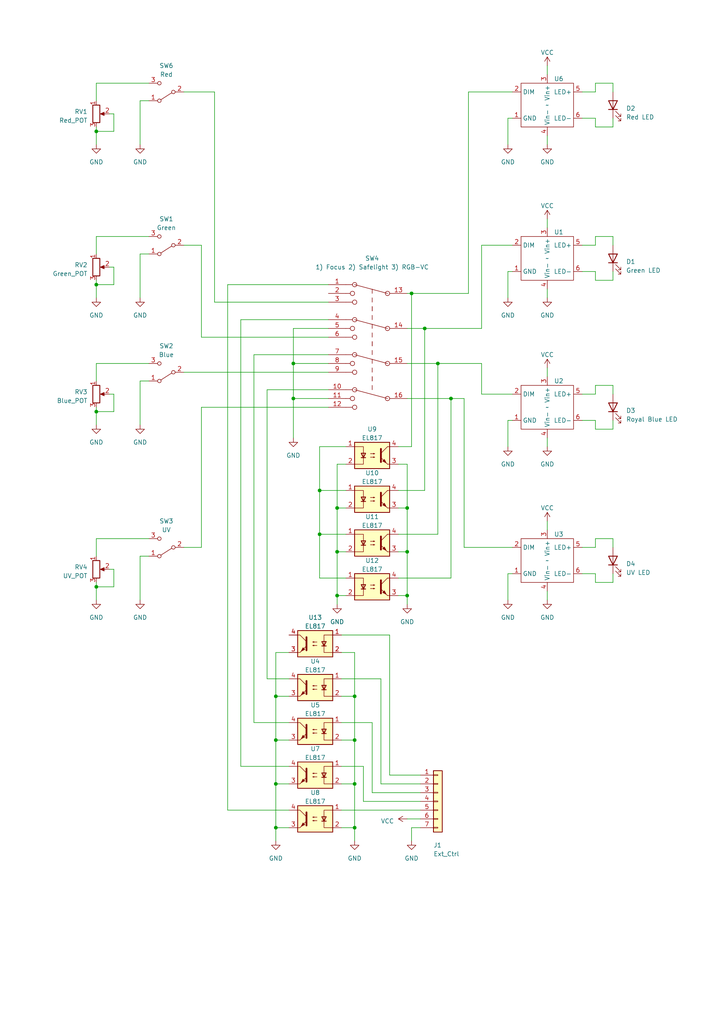
<source format=kicad_sch>
(kicad_sch (version 20230121) (generator eeschema)
  (paper "A4" portrait)
  (lib_symbols
    (symbol "Connector_Generic:Conn_01x07" (pin_names (offset 1.016) hide)
      (property "Reference" "J" (at 0 10.16 0))
      (property "Value" "Conn_01x07" (at 0 -10.16 0))
      (symbol "Conn_01x07_1_1"
        (rectangle (start -1.27 -7.493) (end 0 -7.747) (stroke (width 0.1524)))
        (rectangle (start -1.27 -4.953) (end 0 -5.207) (stroke (width 0.1524)))
        (rectangle (start -1.27 -2.413) (end 0 -2.667) (stroke (width 0.1524)))
        (rectangle (start -1.27 0.127) (end 0 -0.127) (stroke (width 0.1524)))
        (rectangle (start -1.27 2.667) (end 0 2.413) (stroke (width 0.1524)))
        (rectangle (start -1.27 5.207) (end 0 4.953) (stroke (width 0.1524)))
        (rectangle (start -1.27 7.747) (end 0 7.493) (stroke (width 0.1524)))
        (rectangle (start -1.27 8.89) (end 1.27 -8.89) (stroke (width 0.254)) (fill (type background)))
        (pin passive line (at -5.08 7.62 0) (length 3.81) (name "Pin_1") (number "1"))
        (pin passive line (at -5.08 5.08 0) (length 3.81) (name "Pin_2") (number "2"))
        (pin passive line (at -5.08 2.54 0) (length 3.81) (name "Pin_3") (number "3"))
        (pin passive line (at -5.08 0 0) (length 3.81) (name "Pin_4") (number "4"))
        (pin passive line (at -5.08 -2.54 0) (length 3.81) (name "Pin_5") (number "5"))
        (pin passive line (at -5.08 -5.08 0) (length 3.81) (name "Pin_6") (number "6"))
        (pin passive line (at -5.08 -7.62 0) (length 3.81) (name "Pin_7") (number "7"))
      )
    )
    (symbol "Device:LED" (pin_numbers hide) (pin_names (offset 1.016) hide)
      (property "Reference" "D" (at 0 2.54 0))
      (property "Value" "LED" (at 0 -2.54 0))
      (symbol "LED_0_1"
        (polyline (pts (xy -1.27 -1.27) (xy -1.27 1.27)) (stroke (width 0.254)))
        (polyline (pts (xy -1.27 0) (xy 1.27 0)))
        (polyline (pts (xy 1.27 -1.27) (xy 1.27 1.27) (xy -1.27 0) (xy 1.27 -1.27)) (stroke (width 0.254)))
        (polyline (pts (xy -3.048 -0.762) (xy -4.572 -2.286) (xy -3.81 -2.286) (xy -4.572 -2.286) (xy -4.572 -1.524)))
        (polyline (pts (xy -1.778 -0.762) (xy -3.302 -2.286) (xy -2.54 -2.286) (xy -3.302 -2.286) (xy -3.302 -1.524)))
      )
      (symbol "LED_1_1"
        (pin passive line (at -3.81 0 0) (length 2.54) (name "K") (number "1"))
        (pin passive line (at 3.81 0 180) (length 2.54) (name "A") (number "2"))
      )
    )
    (symbol "Device:R_POT" (pin_names (offset 1.016) hide)
      (property "Reference" "RV" (at -4.445 0 90))
      (property "Value" "R_POT" (at -2.54 0 90))
      (symbol "R_POT_0_1"
        (polyline (pts (xy 2.54 0) (xy 1.524 0)))
        (polyline (pts (xy 1.143 0) (xy 2.286 0.508) (xy 2.286 -0.508) (xy 1.143 0)) (fill (type outline)))
        (rectangle (start 1.016 2.54) (end -1.016 -2.54) (stroke (width 0.254)))
      )
      (symbol "R_POT_1_1"
        (pin passive line (at 0 3.81 270) (length 1.27) (name "1") (number "1"))
        (pin passive line (at 3.81 0 180) (length 1.27) (name "2") (number "2"))
        (pin passive line (at 0 -3.81 90) (length 1.27) (name "3") (number "3"))
      )
    )
    (symbol "Isolator:EL817" (pin_names (offset 1.016))
      (property "Reference" "U" (at -5.08 5.08 0))
      (property "Value" "EL817" (at 0 5.08 0))
      (symbol "EL817_0_1"
        (rectangle (start -5.08 3.81) (end 5.08 -3.81) (stroke (width 0.254)) (fill (type background)))
        (polyline (pts (xy -3.175 -0.635) (xy -1.905 -0.635)) (stroke (width 0.254)))
        (polyline (pts (xy 2.54 0.635) (xy 4.445 2.54)))
        (polyline (pts (xy 4.445 -2.54) (xy 2.54 -0.635)) (fill (type outline)))
        (polyline (pts (xy 4.445 -2.54) (xy 5.08 -2.54)))
        (polyline (pts (xy 4.445 2.54) (xy 5.08 2.54)))
        (polyline (pts (xy -5.08 2.54) (xy -2.54 2.54) (xy -2.54 -0.635)))
        (polyline (pts (xy -2.54 -0.635) (xy -2.54 -2.54) (xy -5.08 -2.54)))
        (polyline (pts (xy 2.54 1.905) (xy 2.54 -1.905) (xy 2.54 -1.905)) (stroke (width 0.508)))
        (polyline (pts (xy -2.54 -0.635) (xy -3.175 0.635) (xy -1.905 0.635) (xy -2.54 -0.635)) (stroke (width 0.254)))
        (polyline (pts (xy -0.508 -0.508) (xy 0.762 -0.508) (xy 0.381 -0.635) (xy 0.381 -0.381) (xy 0.762 -0.508)))
        (polyline (pts (xy -0.508 0.508) (xy 0.762 0.508) (xy 0.381 0.381) (xy 0.381 0.635) (xy 0.762 0.508)))
        (polyline (pts (xy 3.048 -1.651) (xy 3.556 -1.143) (xy 4.064 -2.159) (xy 3.048 -1.651) (xy 3.048 -1.651)) (fill (type outline)))
      )
      (symbol "EL817_1_1"
        (pin passive line (at -7.62 2.54 0) (length 2.54) (name "~") (number "1"))
        (pin passive line (at -7.62 -2.54 0) (length 2.54) (name "~") (number "2"))
        (pin passive line (at 7.62 -2.54 180) (length 2.54) (name "~") (number "3"))
        (pin passive line (at 7.62 2.54 180) (length 2.54) (name "~") (number "4"))
      )
    )
    (symbol "LUXDrive:A009_BuckBlock"
      (property "Reference" "U" (at 0 0 0))
      (symbol "A009_BuckBlock_0_1"
        (rectangle (start -7.62 6.35) (end 7.62 -6.35))
      )
      (symbol "A009_BuckBlock_1_1"
        (pin input line (at -10.16 -3.81 0) (length 2.54) (name "GND") (number "1"))
        (pin input line (at -10.16 3.81 0) (length 2.54) (name "DIM") (number "2"))
        (pin power_in line (at 0 8.89 270) (length 2.54) (name "Vin+") (number "3"))
        (pin power_in line (at 0 -8.89 90) (length 2.54) (name "Vin-") (number "4"))
        (pin output line (at 10.16 3.81 180) (length 2.54) (name "LED+") (number "5"))
        (pin output line (at 10.16 -3.81 180) (length 2.54) (name "LED-") (number "6"))
      )
    )
    (symbol "Switch:SW_Rotary4x3" (pin_names (offset 1.016) hide)
      (property "Reference" "SW" (at 0 20.32 0))
      (property "Value" "SW_Rotary4x3" (at 0 -20.32 0))
      (symbol "SW_Rotary4x3_0_0"
        (circle (center -4.445 -15.24) (radius 0.635))
        (circle (center -4.445 -5.08) (radius 0.635))
        (circle (center -4.445 5.08) (radius 0.635))
        (circle (center -4.445 15.24) (radius 0.635))
        (polyline (pts (xy -4.445 -15.24) (xy 5.08 -12.7)))
        (polyline (pts (xy -4.445 -5.08) (xy 5.08 -2.54)))
        (polyline (pts (xy -4.445 5.08) (xy 5.08 7.62)))
        (polyline (pts (xy -4.445 15.24) (xy 5.08 17.78)))
        (polyline (pts (xy 0 -12.7) (xy 0 -11.43)))
        (polyline (pts (xy 0 -10.16) (xy 0 -8.89)))
        (polyline (pts (xy 0 -10.16) (xy 0 -8.89)))
        (polyline (pts (xy 0 -7.62) (xy 0 -6.35)))
        (polyline (pts (xy 0 -5.08) (xy 0 -3.81)))
        (polyline (pts (xy 0 -2.54) (xy 0 -1.27)))
        (polyline (pts (xy 0 0) (xy 0 1.27)))
        (polyline (pts (xy 0 0) (xy 0 1.27)))
        (polyline (pts (xy 0 2.54) (xy 0 3.81)))
        (polyline (pts (xy 0 5.08) (xy 0 6.35)))
        (polyline (pts (xy 0 7.62) (xy 0 8.89)))
        (polyline (pts (xy 0 10.16) (xy 0 11.43)))
        (polyline (pts (xy 0 10.16) (xy 0 11.43)))
        (polyline (pts (xy 0 12.7) (xy 0 13.97)))
        (polyline (pts (xy 0 15.24) (xy 0 16.51)))
        (polyline (pts (xy 5.715 -17.78) (xy 7.62 -17.78)))
        (polyline (pts (xy 5.715 -12.7) (xy 7.62 -12.7)))
        (polyline (pts (xy 5.715 -7.62) (xy 7.62 -7.62)))
        (polyline (pts (xy 5.715 -2.54) (xy 7.62 -2.54)))
        (polyline (pts (xy 5.715 2.54) (xy 7.62 2.54)))
        (polyline (pts (xy 5.715 7.62) (xy 7.62 7.62)))
        (polyline (pts (xy 5.715 12.7) (xy 7.62 12.7)))
        (polyline (pts (xy 5.715 17.78) (xy 7.62 17.78)))
        (polyline (pts (xy 6.35 -15.24) (xy 7.62 -15.24)))
        (polyline (pts (xy 6.35 -5.08) (xy 7.62 -5.08)))
        (polyline (pts (xy 6.35 5.08) (xy 7.62 5.08)))
        (polyline (pts (xy 6.35 15.24) (xy 7.62 15.24)))
        (circle (center 5.08 -17.78) (radius 0.635))
        (circle (center 5.08 -12.7) (radius 0.635))
        (circle (center 5.08 -7.62) (radius 0.635))
        (circle (center 5.08 -2.54) (radius 0.635))
        (circle (center 5.08 2.54) (radius 0.635))
        (circle (center 5.08 7.62) (radius 0.635))
        (circle (center 5.08 12.7) (radius 0.635))
        (circle (center 5.08 17.78) (radius 0.635))
        (circle (center 5.715 -15.24) (radius 0.635))
        (circle (center 5.715 -5.08) (radius 0.635))
        (circle (center 5.715 5.08) (radius 0.635))
        (circle (center 5.715 15.24) (radius 0.635))
      )
      (symbol "SW_Rotary4x3_0_1"
        (pin passive line (at 12.7 17.78 180) (length 5.08) (name "1") (number "1"))
        (pin passive line (at 12.7 -12.7 180) (length 5.08) (name "10") (number "10"))
        (pin passive line (at 12.7 -15.24 180) (length 5.08) (name "11") (number "11"))
        (pin passive line (at 12.7 -17.78 180) (length 5.08) (name "12") (number "12"))
        (pin passive line (at -10.16 15.24 0) (length 5.08) (name "13") (number "13"))
        (pin passive line (at -10.16 5.08 0) (length 5.08) (name "14") (number "14"))
        (pin passive line (at -10.16 -5.08 0) (length 5.08) (name "15") (number "15"))
        (pin passive line (at -10.16 -15.24 0) (length 5.08) (name "16") (number "16"))
        (pin passive line (at 12.7 15.24 180) (length 5.08) (name "2") (number "2"))
        (pin passive line (at 12.7 12.7 180) (length 5.08) (name "3") (number "3"))
        (pin passive line (at 12.7 7.62 180) (length 5.08) (name "4") (number "4"))
        (pin passive line (at 12.7 5.08 180) (length 5.08) (name "5") (number "5"))
        (pin passive line (at 12.7 2.54 180) (length 5.08) (name "6") (number "6"))
        (pin passive line (at 12.7 -2.54 180) (length 5.08) (name "7") (number "7"))
        (pin passive line (at 12.7 -5.08 180) (length 5.08) (name "8") (number "8"))
        (pin passive line (at 12.7 -7.62 180) (length 5.08) (name "9") (number "9"))
      )
    )
    (symbol "Switch:SW_SPDT" (pin_names (offset 0) hide)
      (property "Reference" "SW" (at 0 4.318 0))
      (property "Value" "SW_SPDT" (at 0 -5.08 0))
      (symbol "SW_SPDT_0_0"
        (circle (center -2.032 0) (radius 0.508))
        (circle (center 2.032 -2.54) (radius 0.508))
      )
      (symbol "SW_SPDT_0_1"
        (polyline (pts (xy -1.524 0.254) (xy 1.651 2.286)))
        (circle (center 2.032 2.54) (radius 0.508))
      )
      (symbol "SW_SPDT_1_1"
        (pin passive line (at 5.08 2.54 180) (length 2.54) (name "A") (number "1"))
        (pin passive line (at -5.08 0 0) (length 2.54) (name "B") (number "2"))
        (pin passive line (at 5.08 -2.54 180) (length 2.54) (name "C") (number "3"))
      )
    )
    (symbol "power:GND" (power) (pin_names (offset 0))
      (property "Value" "GND" (at 0 -3.81 0))
      (symbol "GND_0_1"
        (polyline (pts (xy 0 0) (xy 0 -1.27) (xy 1.27 -1.27) (xy 0 -2.54) (xy -1.27 -1.27) (xy 0 -1.27)))
      )
      (symbol "GND_1_1"
        (pin power_in line (at 0 0 270) (length 0) hide (name "GND") (number "1"))
      )
    )
    (symbol "power:VCC" (power) (pin_names (offset 0))
      (property "Value" "VCC" (at 0 3.81 0))
      (symbol "VCC_0_1"
        (polyline (pts (xy -0.762 1.27) (xy 0 2.54)))
        (polyline (pts (xy 0 0) (xy 0 2.54)))
        (polyline (pts (xy 0 2.54) (xy 0.762 1.27)))
      )
      (symbol "VCC_1_1"
        (pin power_in line (at 0 0 90) (length 0) hide (name "VCC") (number "1"))
      )
    )
  )
  (junction (at 92.71 142.24))
  (junction (at 27.94 170.18))
  (junction (at 92.71 154.94))
  (junction (at 118.11 160.02))
  (junction (at 85.09 105.41))
  (junction (at 130.81 115.57))
  (junction (at 119.38 85.09))
  (junction (at 27.94 82.55))
  (junction (at 97.79 147.32))
  (junction (at 127 105.41))
  (junction (at 80.01 227.33))
  (junction (at 27.94 38.1))
  (junction (at 118.11 172.72))
  (junction (at 123.19 95.25))
  (junction (at 102.87 214.63))
  (junction (at 27.94 119.38))
  (junction (at 102.87 201.93))
  (junction (at 80.01 240.03))
  (junction (at 102.87 227.33))
  (junction (at 97.79 160.02))
  (junction (at 102.87 240.03))
  (junction (at 80.01 201.93))
  (junction (at 97.79 172.72))
  (junction (at 80.01 214.63))
  (junction (at 118.11 147.32))
  (junction (at 85.09 115.57))
  (wire (pts (xy 118.11 105.41) (xy 127 105.41)))
  (wire (pts (xy 102.87 189.23) (xy 102.87 201.93)))
  (wire (pts (xy 121.92 240.03) (xy 119.38 240.03)))
  (wire (pts (xy 118.11 115.57) (xy 130.81 115.57)))
  (wire (pts (xy 27.94 68.58) (xy 27.94 73.66)))
  (wire (pts (xy 172.72 36.83) (xy 177.8 36.83)))
  (wire (pts (xy 172.72 121.92) (xy 172.72 124.46)))
  (wire (pts (xy 118.11 237.49) (xy 121.92 237.49)))
  (wire (pts (xy 43.18 105.41) (xy 27.94 105.41)))
  (wire (pts (xy 123.19 95.25) (xy 139.7 95.25)))
  (wire (pts (xy 27.94 38.1) (xy 27.94 41.91)))
  (wire (pts (xy 40.64 161.29) (xy 40.64 173.99)))
  (wire (pts (xy 69.85 92.71) (xy 95.25 92.71)))
  (wire (pts (xy 33.02 33.02) (xy 33.02 38.1)))
  (wire (pts (xy 97.79 134.62) (xy 97.79 147.32)))
  (wire (pts (xy 83.82 234.95) (xy 66.04 234.95)))
  (wire (pts (xy 119.38 85.09) (xy 135.89 85.09)))
  (wire (pts (xy 127 105.41) (xy 139.7 105.41)))
  (wire (pts (xy 97.79 172.72) (xy 97.79 175.26)))
  (wire (pts (xy 100.33 129.54) (xy 92.71 129.54)))
  (wire (pts (xy 172.72 166.37) (xy 172.72 168.91)))
  (wire (pts (xy 92.71 167.64) (xy 100.33 167.64)))
  (wire (pts (xy 53.34 26.67) (xy 62.23 26.67)))
  (wire (pts (xy 118.11 172.72) (xy 118.11 160.02)))
  (wire (pts (xy 66.04 234.95) (xy 66.04 82.55)))
  (wire (pts (xy 110.49 227.33) (xy 110.49 196.85)))
  (wire (pts (xy 102.87 240.03) (xy 102.87 227.33)))
  (wire (pts (xy 80.01 201.93) (xy 80.01 214.63)))
  (wire (pts (xy 99.06 201.93) (xy 102.87 201.93)))
  (wire (pts (xy 40.64 29.21) (xy 40.64 41.91)))
  (wire (pts (xy 172.72 156.21) (xy 177.8 156.21)))
  (wire (pts (xy 107.95 229.87) (xy 107.95 209.55)))
  (wire (pts (xy 99.06 189.23) (xy 102.87 189.23)))
  (wire (pts (xy 158.75 19.05) (xy 158.75 21.59)))
  (wire (pts (xy 53.34 71.12) (xy 58.42 71.12)))
  (wire (pts (xy 115.57 167.64) (xy 130.81 167.64)))
  (wire (pts (xy 148.59 78.74) (xy 147.32 78.74)))
  (wire (pts (xy 83.82 196.85) (xy 77.47 196.85)))
  (wire (pts (xy 33.02 170.18) (xy 27.94 170.18)))
  (wire (pts (xy 172.72 78.74) (xy 172.72 81.28)))
  (wire (pts (xy 27.94 81.28) (xy 27.94 82.55)))
  (wire (pts (xy 97.79 160.02) (xy 97.79 147.32)))
  (wire (pts (xy 110.49 196.85) (xy 99.06 196.85)))
  (wire (pts (xy 58.42 158.75) (xy 58.42 118.11)))
  (wire (pts (xy 43.18 161.29) (xy 40.64 161.29)))
  (wire (pts (xy 177.8 36.83) (xy 177.8 34.29)))
  (wire (pts (xy 118.11 85.09) (xy 119.38 85.09)))
  (wire (pts (xy 168.91 166.37) (xy 172.72 166.37)))
  (wire (pts (xy 147.32 78.74) (xy 147.32 86.36)))
  (wire (pts (xy 92.71 154.94) (xy 100.33 154.94)))
  (wire (pts (xy 27.94 82.55) (xy 27.94 86.36)))
  (wire (pts (xy 107.95 209.55) (xy 99.06 209.55)))
  (wire (pts (xy 77.47 196.85) (xy 77.47 113.03)))
  (wire (pts (xy 147.32 166.37) (xy 147.32 173.99)))
  (wire (pts (xy 177.8 124.46) (xy 177.8 121.92)))
  (wire (pts (xy 134.62 158.75) (xy 148.59 158.75)))
  (wire (pts (xy 168.91 71.12) (xy 172.72 71.12)))
  (wire (pts (xy 58.42 118.11) (xy 95.25 118.11)))
  (wire (pts (xy 115.57 154.94) (xy 127 154.94)))
  (wire (pts (xy 168.91 26.67) (xy 172.72 26.67)))
  (wire (pts (xy 158.75 63.5) (xy 158.75 66.04)))
  (wire (pts (xy 62.23 87.63) (xy 95.25 87.63)))
  (wire (pts (xy 172.72 168.91) (xy 177.8 168.91)))
  (wire (pts (xy 135.89 26.67) (xy 148.59 26.67)))
  (wire (pts (xy 115.57 172.72) (xy 118.11 172.72)))
  (wire (pts (xy 115.57 134.62) (xy 118.11 134.62)))
  (wire (pts (xy 31.75 77.47) (xy 33.02 77.47)))
  (wire (pts (xy 158.75 127) (xy 158.75 129.54)))
  (wire (pts (xy 147.32 34.29) (xy 147.32 41.91)))
  (wire (pts (xy 172.72 71.12) (xy 172.72 68.58)))
  (wire (pts (xy 43.18 24.13) (xy 27.94 24.13)))
  (wire (pts (xy 158.75 171.45) (xy 158.75 173.99)))
  (wire (pts (xy 100.33 160.02) (xy 97.79 160.02)))
  (wire (pts (xy 62.23 26.67) (xy 62.23 87.63)))
  (wire (pts (xy 177.8 156.21) (xy 177.8 158.75)))
  (wire (pts (xy 40.64 73.66) (xy 40.64 86.36)))
  (wire (pts (xy 33.02 119.38) (xy 27.94 119.38)))
  (wire (pts (xy 40.64 110.49) (xy 40.64 123.19)))
  (wire (pts (xy 102.87 214.63) (xy 99.06 214.63)))
  (wire (pts (xy 100.33 134.62) (xy 97.79 134.62)))
  (wire (pts (xy 27.94 119.38) (xy 27.94 123.19)))
  (wire (pts (xy 121.92 232.41) (xy 105.41 232.41)))
  (wire (pts (xy 118.11 95.25) (xy 123.19 95.25)))
  (wire (pts (xy 92.71 154.94) (xy 92.71 142.24)))
  (wire (pts (xy 95.25 95.25) (xy 85.09 95.25)))
  (wire (pts (xy 177.8 168.91) (xy 177.8 166.37)))
  (wire (pts (xy 148.59 121.92) (xy 147.32 121.92)))
  (wire (pts (xy 115.57 160.02) (xy 118.11 160.02)))
  (wire (pts (xy 147.32 121.92) (xy 147.32 129.54)))
  (wire (pts (xy 43.18 156.21) (xy 27.94 156.21)))
  (wire (pts (xy 177.8 68.58) (xy 177.8 71.12)))
  (wire (pts (xy 158.75 39.37) (xy 158.75 41.91)))
  (wire (pts (xy 177.8 24.13) (xy 177.8 26.67)))
  (wire (pts (xy 168.91 158.75) (xy 172.72 158.75)))
  (wire (pts (xy 158.75 83.82) (xy 158.75 86.36)))
  (wire (pts (xy 83.82 227.33) (xy 80.01 227.33)))
  (wire (pts (xy 115.57 142.24) (xy 123.19 142.24)))
  (wire (pts (xy 172.72 34.29) (xy 172.72 36.83)))
  (wire (pts (xy 83.82 209.55) (xy 73.66 209.55)))
  (wire (pts (xy 58.42 97.79) (xy 95.25 97.79)))
  (wire (pts (xy 168.91 78.74) (xy 172.72 78.74)))
  (wire (pts (xy 102.87 227.33) (xy 102.87 214.63)))
  (wire (pts (xy 99.06 234.95) (xy 121.92 234.95)))
  (wire (pts (xy 31.75 165.1) (xy 33.02 165.1)))
  (wire (pts (xy 119.38 129.54) (xy 119.38 85.09)))
  (wire (pts (xy 158.75 151.13) (xy 158.75 153.67)))
  (wire (pts (xy 99.06 240.03) (xy 102.87 240.03)))
  (wire (pts (xy 92.71 154.94) (xy 92.71 167.64)))
  (wire (pts (xy 80.01 214.63) (xy 83.82 214.63)))
  (wire (pts (xy 33.02 114.3) (xy 33.02 119.38)))
  (wire (pts (xy 113.03 184.15) (xy 113.03 224.79)))
  (wire (pts (xy 85.09 95.25) (xy 85.09 105.41)))
  (wire (pts (xy 127 154.94) (xy 127 105.41)))
  (wire (pts (xy 99.06 184.15) (xy 113.03 184.15)))
  (wire (pts (xy 102.87 201.93) (xy 102.87 214.63)))
  (wire (pts (xy 80.01 240.03) (xy 80.01 227.33)))
  (wire (pts (xy 73.66 102.87) (xy 95.25 102.87)))
  (wire (pts (xy 85.09 115.57) (xy 85.09 127)))
  (wire (pts (xy 27.94 168.91) (xy 27.94 170.18)))
  (wire (pts (xy 102.87 240.03) (xy 102.87 243.84)))
  (wire (pts (xy 148.59 166.37) (xy 147.32 166.37)))
  (wire (pts (xy 80.01 227.33) (xy 80.01 214.63)))
  (wire (pts (xy 105.41 222.25) (xy 99.06 222.25)))
  (wire (pts (xy 172.72 26.67) (xy 172.72 24.13)))
  (wire (pts (xy 83.82 201.93) (xy 80.01 201.93)))
  (wire (pts (xy 27.94 36.83) (xy 27.94 38.1)))
  (wire (pts (xy 27.94 118.11) (xy 27.94 119.38)))
  (wire (pts (xy 168.91 121.92) (xy 172.72 121.92)))
  (wire (pts (xy 83.82 240.03) (xy 80.01 240.03)))
  (wire (pts (xy 118.11 160.02) (xy 118.11 147.32)))
  (wire (pts (xy 118.11 147.32) (xy 115.57 147.32)))
  (wire (pts (xy 139.7 71.12) (xy 148.59 71.12)))
  (wire (pts (xy 33.02 82.55) (xy 27.94 82.55)))
  (wire (pts (xy 92.71 129.54) (xy 92.71 142.24)))
  (wire (pts (xy 53.34 158.75) (xy 58.42 158.75)))
  (wire (pts (xy 119.38 243.84) (xy 119.38 240.03)))
  (wire (pts (xy 77.47 113.03) (xy 95.25 113.03)))
  (wire (pts (xy 172.72 68.58) (xy 177.8 68.58)))
  (wire (pts (xy 31.75 33.02) (xy 33.02 33.02)))
  (wire (pts (xy 172.72 158.75) (xy 172.72 156.21)))
  (wire (pts (xy 58.42 71.12) (xy 58.42 97.79)))
  (wire (pts (xy 115.57 129.54) (xy 119.38 129.54)))
  (wire (pts (xy 43.18 110.49) (xy 40.64 110.49)))
  (wire (pts (xy 177.8 81.28) (xy 177.8 78.74)))
  (wire (pts (xy 118.11 134.62) (xy 118.11 147.32)))
  (wire (pts (xy 172.72 124.46) (xy 177.8 124.46)))
  (wire (pts (xy 33.02 38.1) (xy 27.94 38.1)))
  (wire (pts (xy 80.01 240.03) (xy 80.01 243.84)))
  (wire (pts (xy 100.33 172.72) (xy 97.79 172.72)))
  (wire (pts (xy 27.94 24.13) (xy 27.94 29.21)))
  (wire (pts (xy 43.18 68.58) (xy 27.94 68.58)))
  (wire (pts (xy 33.02 165.1) (xy 33.02 170.18)))
  (wire (pts (xy 27.94 156.21) (xy 27.94 161.29)))
  (wire (pts (xy 66.04 82.55) (xy 95.25 82.55)))
  (wire (pts (xy 85.09 115.57) (xy 95.25 115.57)))
  (wire (pts (xy 172.72 81.28) (xy 177.8 81.28)))
  (wire (pts (xy 135.89 85.09) (xy 135.89 26.67)))
  (wire (pts (xy 105.41 232.41) (xy 105.41 222.25)))
  (wire (pts (xy 121.92 224.79) (xy 113.03 224.79)))
  (wire (pts (xy 31.75 114.3) (xy 33.02 114.3)))
  (wire (pts (xy 148.59 34.29) (xy 147.32 34.29)))
  (wire (pts (xy 53.34 107.95) (xy 95.25 107.95)))
  (wire (pts (xy 73.66 209.55) (xy 73.66 102.87)))
  (wire (pts (xy 121.92 227.33) (xy 110.49 227.33)))
  (wire (pts (xy 69.85 222.25) (xy 69.85 92.71)))
  (wire (pts (xy 118.11 172.72) (xy 118.11 175.26)))
  (wire (pts (xy 83.82 189.23) (xy 80.01 189.23)))
  (wire (pts (xy 172.72 24.13) (xy 177.8 24.13)))
  (wire (pts (xy 80.01 189.23) (xy 80.01 201.93)))
  (wire (pts (xy 139.7 95.25) (xy 139.7 71.12)))
  (wire (pts (xy 177.8 111.76) (xy 177.8 114.3)))
  (wire (pts (xy 85.09 105.41) (xy 85.09 115.57)))
  (wire (pts (xy 43.18 29.21) (xy 40.64 29.21)))
  (wire (pts (xy 130.81 115.57) (xy 134.62 115.57)))
  (wire (pts (xy 121.92 229.87) (xy 107.95 229.87)))
  (wire (pts (xy 139.7 114.3) (xy 148.59 114.3)))
  (wire (pts (xy 33.02 77.47) (xy 33.02 82.55)))
  (wire (pts (xy 85.09 105.41) (xy 95.25 105.41)))
  (wire (pts (xy 43.18 73.66) (xy 40.64 73.66)))
  (wire (pts (xy 27.94 170.18) (xy 27.94 173.99)))
  (wire (pts (xy 168.91 34.29) (xy 172.72 34.29)))
  (wire (pts (xy 139.7 105.41) (xy 139.7 114.3)))
  (wire (pts (xy 27.94 105.41) (xy 27.94 110.49)))
  (wire (pts (xy 158.75 106.68) (xy 158.75 109.22)))
  (wire (pts (xy 83.82 222.25) (xy 69.85 222.25)))
  (wire (pts (xy 97.79 147.32) (xy 100.33 147.32)))
  (wire (pts (xy 172.72 111.76) (xy 177.8 111.76)))
  (wire (pts (xy 92.71 142.24) (xy 100.33 142.24)))
  (wire (pts (xy 130.81 167.64) (xy 130.81 115.57)))
  (wire (pts (xy 172.72 114.3) (xy 172.72 111.76)))
  (wire (pts (xy 99.06 227.33) (xy 102.87 227.33)))
  (wire (pts (xy 168.91 114.3) (xy 172.72 114.3)))
  (wire (pts (xy 97.79 172.72) (xy 97.79 160.02)))
  (wire (pts (xy 123.19 142.24) (xy 123.19 95.25)))
  (wire (pts (xy 134.62 115.57) (xy 134.62 158.75)))
  (symbol (lib_id "power:GND") (at 119.38 243.84 0) (unit 1)
    (property "Reference" "#PWR022" (effects hide))
    (property "Value" "GND" (at 119.38 248.92 0))
  )
  (symbol (lib_id "Isolator:EL817") (at 91.44 186.69 0) (mirror y) (unit 1)
    (property "Reference" "U13" (at 91.44 179.07 0))
    (property "Value" "EL817" (at 91.44 181.61 0))
    (property "Footprint" "Package_DIP:DIP-4_W7.62mm" (effects hide))
    (property "Datasheet" "http://www.everlight.com/file/ProductFile/EL817.pdf" (effects hide))
  )
  (symbol (lib_id "power:GND") (at 40.64 41.91 0) (unit 1)
    (property "Reference" "#PWR021" (effects hide))
    (property "Value" "GND" (at 40.64 46.99 0))
  )
  (symbol (lib_id "power:GND") (at 40.64 86.36 0) (unit 1)
    (property "Reference" "#PWR06" (effects hide))
    (property "Value" "GND" (at 40.64 91.44 0))
  )
  (symbol (lib_id "power:GND") (at 85.09 127 0) (unit 1)
    (property "Reference" "#PWR017" (effects hide))
    (property "Value" "GND" (at 85.09 132.08 0))
  )
  (symbol (lib_id "power:GND") (at 27.94 86.36 0) (unit 1)
    (property "Reference" "#PWR01" (effects hide))
    (property "Value" "GND" (at 27.94 91.44 0))
  )
  (symbol (lib_id "power:GND") (at 147.32 129.54 0) (unit 1)
    (property "Reference" "#PWR013" (effects hide))
    (property "Value" "GND" (at 147.32 134.62 0))
  )
  (symbol (lib_id "power:GND") (at 27.94 123.19 0) (unit 1)
    (property "Reference" "#PWR07" (effects hide))
    (property "Value" "GND" (at 27.94 128.27 0))
  )
  (symbol (lib_id "Device:LED") (at 177.8 74.93 90) (unit 1)
    (property "Reference" "D1" (at 181.61 75.8825 90) (effects (justify right)))
    (property "Value" "Green LED" (at 181.61 78.4225 90) (effects (justify right)))
  )
  (symbol (lib_id "power:VCC") (at 158.75 151.13 0) (unit 1)
    (property "Reference" "#PWR019" (effects hide))
    (property "Value" "VCC" (at 158.75 147.32 0))
  )
  (symbol (lib_id "Device:R_POT") (at 27.94 77.47 0) (unit 1)
    (property "Reference" "RV2" (at 25.4 76.835 0) (effects (justify right)))
    (property "Value" "Green_POT" (at 25.4 79.375 0) (effects (justify right)))
  )
  (symbol (lib_id "power:VCC") (at 158.75 106.68 0) (unit 1)
    (property "Reference" "#PWR014" (effects hide))
    (property "Value" "VCC" (at 158.75 102.87 0))
  )
  (symbol (lib_id "Isolator:EL817") (at 107.95 132.08 0) (unit 1)
    (property "Reference" "U9" (at 107.95 124.46 0))
    (property "Value" "EL817" (at 107.95 127 0))
    (property "Footprint" "Package_DIP:DIP-4_W7.62mm" (effects hide))
    (property "Datasheet" "http://www.everlight.com/file/ProductFile/EL817.pdf" (effects hide))
  )
  (symbol (lib_id "power:GND") (at 158.75 129.54 0) (unit 1)
    (property "Reference" "#PWR015" (effects hide))
    (property "Value" "GND" (at 158.75 134.62 0))
  )
  (symbol (lib_id "LUXDrive:A009_BuckBlock") (at 158.75 30.48 0) (unit 1)
    (property "Reference" "U6" (at 160.7059 22.86 0) (effects (justify left)))
    (property "Value" "~" (at 158.75 30.48 0))
  )
  (symbol (lib_id "Device:LED") (at 177.8 30.48 90) (unit 1)
    (property "Reference" "D2" (at 181.61 31.4325 90) (effects (justify right)))
    (property "Value" "Red LED" (at 181.61 33.9725 90) (effects (justify right)))
  )
  (symbol (lib_id "LUXDrive:A009_BuckBlock") (at 158.75 74.93 0) (unit 1)
    (property "Reference" "U1" (at 160.7059 67.31 0) (effects (justify left)))
    (property "Value" "~" (at 158.75 74.93 0))
  )
  (symbol (lib_id "Device:LED") (at 177.8 162.56 90) (unit 1)
    (property "Reference" "D4" (at 181.61 163.5125 90) (effects (justify right)))
    (property "Value" "UV LED" (at 181.61 166.0525 90) (effects (justify right)))
  )
  (symbol (lib_id "Isolator:EL817") (at 91.44 237.49 0) (mirror y) (unit 1)
    (property "Reference" "U8" (at 91.44 229.87 0))
    (property "Value" "EL817" (at 91.44 232.41 0))
    (property "Footprint" "Package_DIP:DIP-4_W7.62mm" (effects hide))
    (property "Datasheet" "http://www.everlight.com/file/ProductFile/EL817.pdf" (effects hide))
  )
  (symbol (lib_id "Device:R_POT") (at 27.94 33.02 0) (unit 1)
    (property "Reference" "RV1" (at 25.4 32.385 0) (effects (justify right)))
    (property "Value" "Red_POT" (at 25.4 34.925 0) (effects (justify right)))
  )
  (symbol (lib_id "power:GND") (at 97.79 175.26 0) (unit 1)
    (property "Reference" "#PWR026" (effects hide))
    (property "Value" "GND" (at 97.79 180.34 0))
  )
  (symbol (lib_id "Device:R_POT") (at 27.94 114.3 0) (unit 1)
    (property "Reference" "RV3" (at 25.4 113.665 0) (effects (justify right)))
    (property "Value" "Blue_POT" (at 25.4 116.205 0) (effects (justify right)))
  )
  (symbol (lib_id "Device:LED") (at 177.8 118.11 90) (unit 1)
    (property "Reference" "D3" (at 181.61 119.0625 90) (effects (justify right)))
    (property "Value" "Royal Blue LED" (at 181.61 121.6025 90) (effects (justify right)))
  )
  (symbol (lib_id "Device:R_POT") (at 27.94 165.1 0) (unit 1)
    (property "Reference" "RV4" (at 25.4 164.465 0) (effects (justify right)))
    (property "Value" "UV_POT" (at 25.4 167.005 0) (effects (justify right)))
  )
  (symbol (lib_id "Switch:SW_SPDT") (at 48.26 26.67 180) (unit 1)
    (property "Reference" "SW6" (at 48.26 19.05 0))
    (property "Value" "Red" (at 48.26 21.59 0))
  )
  (symbol (lib_id "Switch:SW_Rotary4x3") (at 107.95 100.33 0) (mirror y) (unit 1)
    (property "Reference" "SW4" (at 107.95 74.93 0))
    (property "Value" "1) Focus 2) Safelight 3) RGB-VC" (at 107.95 77.47 0))
    (property "Datasheet" "http://cdn-reichelt.de/documents/datenblatt/C200/DS-Serie%23LOR.pdf" (effects hide))
  )
  (symbol (lib_id "Isolator:EL817") (at 91.44 212.09 0) (mirror y) (unit 1)
    (property "Reference" "U5" (at 91.44 204.47 0))
    (property "Value" "EL817" (at 91.44 207.01 0))
    (property "Footprint" "Package_DIP:DIP-4_W7.62mm" (effects hide))
    (property "Datasheet" "http://www.everlight.com/file/ProductFile/EL817.pdf" (effects hide))
  )
  (symbol (lib_id "Switch:SW_SPDT") (at 48.26 107.95 180) (unit 1)
    (property "Reference" "SW2" (at 48.26 100.33 0))
    (property "Value" "Blue" (at 48.26 102.87 0))
  )
  (symbol (lib_id "power:GND") (at 158.75 173.99 0) (unit 1)
    (property "Reference" "#PWR020" (effects hide))
    (property "Value" "GND" (at 158.75 179.07 0))
  )
  (symbol (lib_id "LUXDrive:A009_BuckBlock") (at 158.75 162.56 0) (unit 1)
    (property "Reference" "U3" (at 160.7059 154.94 0) (effects (justify left)))
    (property "Value" "~" (at 158.75 162.56 0))
  )
  (symbol (lib_id "power:GND") (at 40.64 123.19 0) (unit 1)
    (property "Reference" "#PWR011" (effects hide))
    (property "Value" "GND" (at 40.64 128.27 0))
  )
  (symbol (lib_id "power:GND") (at 27.94 41.91 0) (unit 1)
    (property "Reference" "#PWR04" (effects hide))
    (property "Value" "GND" (at 27.94 46.99 0))
  )
  (symbol (lib_id "Isolator:EL817") (at 91.44 199.39 0) (mirror y) (unit 1)
    (property "Reference" "U4" (at 91.44 191.77 0))
    (property "Value" "EL817" (at 91.44 194.31 0))
    (property "Footprint" "Package_DIP:DIP-4_W7.62mm" (effects hide))
    (property "Datasheet" "http://www.everlight.com/file/ProductFile/EL817.pdf" (effects hide))
  )
  (symbol (lib_id "power:GND") (at 147.32 86.36 0) (unit 1)
    (property "Reference" "#PWR08" (effects hide))
    (property "Value" "GND" (at 147.32 91.44 0))
  )
  (symbol (lib_id "power:GND") (at 147.32 173.99 0) (unit 1)
    (property "Reference" "#PWR018" (effects hide))
    (property "Value" "GND" (at 147.32 179.07 0))
  )
  (symbol (lib_id "power:GND") (at 158.75 41.91 0) (unit 1)
    (property "Reference" "#PWR02" (effects hide))
    (property "Value" "GND" (at 158.75 46.99 0))
  )
  (symbol (lib_id "Switch:SW_SPDT") (at 48.26 71.12 180) (unit 1)
    (property "Reference" "SW1" (at 48.26 63.5 0))
    (property "Value" "Green" (at 48.26 66.04 0))
  )
  (symbol (lib_id "LUXDrive:A009_BuckBlock") (at 158.75 118.11 0) (unit 1)
    (property "Reference" "U2" (at 160.7059 110.49 0) (effects (justify left)))
    (property "Value" "~" (at 158.75 118.11 0))
  )
  (symbol (lib_id "power:GND") (at 27.94 173.99 0) (unit 1)
    (property "Reference" "#PWR012" (effects hide))
    (property "Value" "GND" (at 27.94 179.07 0))
  )
  (symbol (lib_id "power:GND") (at 158.75 86.36 0) (unit 1)
    (property "Reference" "#PWR010" (effects hide))
    (property "Value" "GND" (at 158.75 91.44 0))
  )
  (symbol (lib_id "power:GND") (at 102.87 243.84 0) (unit 1)
    (property "Reference" "#PWR024" (effects hide))
    (property "Value" "GND" (at 102.87 248.92 0))
  )
  (symbol (lib_id "Isolator:EL817") (at 107.95 170.18 0) (unit 1)
    (property "Reference" "U12" (at 107.95 162.56 0))
    (property "Value" "EL817" (at 107.95 165.1 0))
    (property "Footprint" "Package_DIP:DIP-4_W7.62mm" (effects hide))
    (property "Datasheet" "http://www.everlight.com/file/ProductFile/EL817.pdf" (effects hide))
  )
  (symbol (lib_id "Connector_Generic:Conn_01x07") (at 127 232.41 0) (unit 1)
    (property "Reference" "J1" (at 125.73 245.11 0) (effects (justify left)))
    (property "Value" "Ext_Ctrl" (at 125.73 247.65 0) (effects (justify left)))
  )
  (symbol (lib_id "Isolator:EL817") (at 91.44 224.79 0) (mirror y) (unit 1)
    (property "Reference" "U7" (at 91.44 217.17 0))
    (property "Value" "EL817" (at 91.44 219.71 0))
    (property "Footprint" "Package_DIP:DIP-4_W7.62mm" (effects hide))
    (property "Datasheet" "http://www.everlight.com/file/ProductFile/EL817.pdf" (effects hide))
  )
  (symbol (lib_id "power:GND") (at 40.64 173.99 0) (unit 1)
    (property "Reference" "#PWR016" (effects hide))
    (property "Value" "GND" (at 40.64 179.07 0))
  )
  (symbol (lib_id "power:VCC") (at 158.75 19.05 0) (unit 1)
    (property "Reference" "#PWR03" (effects hide))
    (property "Value" "VCC" (at 158.75 15.24 0))
  )
  (symbol (lib_id "power:GND") (at 80.01 243.84 0) (unit 1)
    (property "Reference" "#PWR025" (effects hide))
    (property "Value" "GND" (at 80.01 248.92 0))
  )
  (symbol (lib_id "power:GND") (at 147.32 41.91 0) (unit 1)
    (property "Reference" "#PWR05" (effects hide))
    (property "Value" "GND" (at 147.32 46.99 0))
  )
  (symbol (lib_id "Isolator:EL817") (at 107.95 144.78 0) (unit 1)
    (property "Reference" "U10" (at 107.95 137.16 0))
    (property "Value" "EL817" (at 107.95 139.7 0))
    (property "Footprint" "Package_DIP:DIP-4_W7.62mm" (effects hide))
    (property "Datasheet" "http://www.everlight.com/file/ProductFile/EL817.pdf" (effects hide))
  )
  (symbol (lib_id "power:VCC") (at 158.75 63.5 0) (unit 1)
    (property "Reference" "#PWR09" (effects hide))
    (property "Value" "VCC" (at 158.75 59.69 0))
  )
  (symbol (lib_id "power:GND") (at 118.11 175.26 0) (unit 1)
    (property "Reference" "#PWR027" (effects hide))
    (property "Value" "GND" (at 118.11 180.34 0))
  )
  (symbol (lib_id "Switch:SW_SPDT") (at 48.26 158.75 180) (unit 1)
    (property "Reference" "SW3" (at 48.26 151.13 0))
    (property "Value" "UV" (at 48.26 153.67 0))
  )
  (symbol (lib_id "Isolator:EL817") (at 107.95 157.48 0) (unit 1)
    (property "Reference" "U11" (at 107.95 149.86 0))
    (property "Value" "EL817" (at 107.95 152.4 0))
    (property "Footprint" "Package_DIP:DIP-4_W7.62mm" (effects hide))
    (property "Datasheet" "http://www.everlight.com/file/ProductFile/EL817.pdf" (effects hide))
  )
  (symbol (lib_id "power:VCC") (at 118.11 237.49 90) (unit 1)
    (property "Reference" "#PWR023" (effects hide))
    (property "Value" "VCC" (at 114.3 238.125 90) (effects (justify left)))
  )
)
</source>
